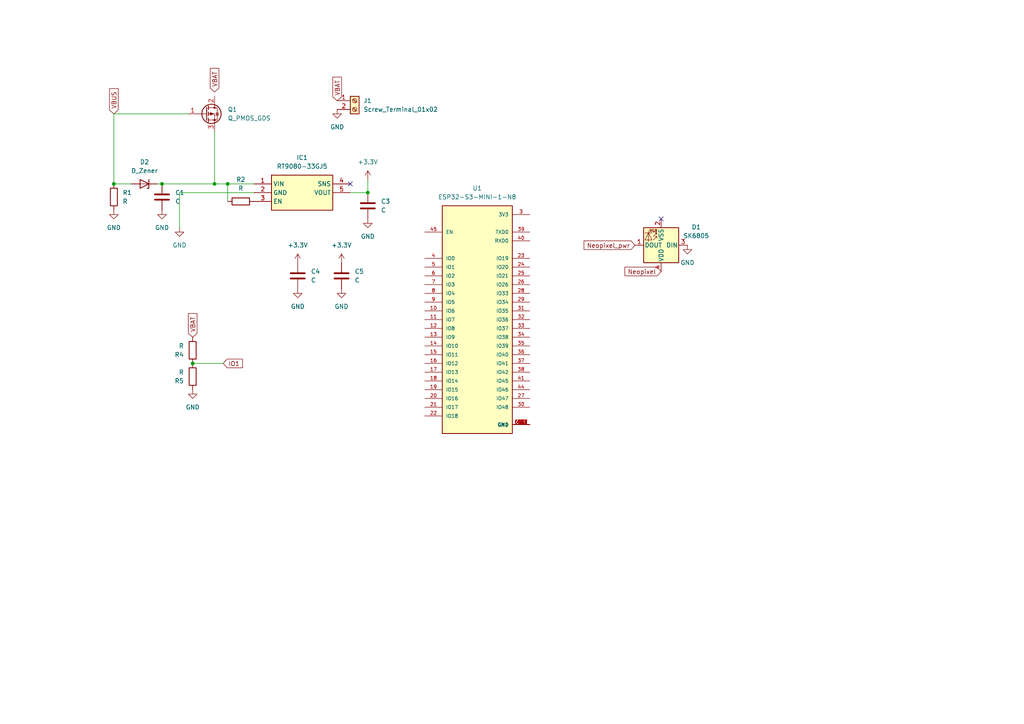
<source format=kicad_sch>
(kicad_sch (version 20230121) (generator eeschema)
  (paper "A4")
  (lib_symbols
    (symbol "Connector:Screw_Terminal_01x02" (pin_names (offset 1.016) hide)
      (property "Reference" "J" (at 0 2.54 0))
      (property "Value" "Screw_Terminal_01x02" (at 0 -5.08 0))
      (symbol "Screw_Terminal_01x02_1_1"
        (rectangle (start -1.27 1.27) (end 1.27 -3.81) (stroke (width 0.254)) (fill (type background)))
        (circle (center 0 -2.54) (radius 0.635) (stroke (width 0.1524)))
        (polyline (pts (xy -0.5334 -2.2098) (xy 0.3302 -3.048)) (stroke (width 0.1524)))
        (polyline (pts (xy -0.5334 0.3302) (xy 0.3302 -0.508)) (stroke (width 0.1524)))
        (polyline (pts (xy -0.3556 -2.032) (xy 0.508 -2.8702)) (stroke (width 0.1524)))
        (polyline (pts (xy -0.3556 0.508) (xy 0.508 -0.3302)) (stroke (width 0.1524)))
        (circle (center 0 0) (radius 0.635) (stroke (width 0.1524)))
        (pin passive line (at -5.08 0 0) (length 3.81) (name "Pin_1") (number "1"))
        (pin passive line (at -5.08 -2.54 0) (length 3.81) (name "Pin_2") (number "2"))
      )
    )
    (symbol "Device:C" (pin_numbers hide) (pin_names (offset 0.254))
      (property "Reference" "C" (at 0.635 2.54 0))
      (property "Value" "C" (at 0.635 -2.54 0))
      (symbol "C_0_1"
        (polyline (pts (xy -2.032 -0.762) (xy 2.032 -0.762)) (stroke (width 0.508)))
        (polyline (pts (xy -2.032 0.762) (xy 2.032 0.762)) (stroke (width 0.508)))
      )
      (symbol "C_1_1"
        (pin passive line (at 0 3.81 270) (length 2.794) (name "~") (number "1"))
        (pin passive line (at 0 -3.81 90) (length 2.794) (name "~") (number "2"))
      )
    )
    (symbol "Device:D_Zener" (pin_numbers hide) (pin_names (offset 1.016) hide)
      (property "Reference" "D" (at 0 2.54 0))
      (property "Value" "D_Zener" (at 0 -2.54 0))
      (symbol "D_Zener_0_1"
        (polyline (pts (xy 1.27 0) (xy -1.27 0)))
        (polyline (pts (xy -1.27 -1.27) (xy -1.27 1.27) (xy -0.762 1.27)) (stroke (width 0.254)))
        (polyline (pts (xy 1.27 -1.27) (xy 1.27 1.27) (xy -1.27 0) (xy 1.27 -1.27)) (stroke (width 0.254)))
      )
      (symbol "D_Zener_1_1"
        (pin passive line (at -3.81 0 0) (length 2.54) (name "K") (number "1"))
        (pin passive line (at 3.81 0 180) (length 2.54) (name "A") (number "2"))
      )
    )
    (symbol "Device:Q_PMOS_GDS" (pin_names (offset 0) hide)
      (property "Reference" "Q" (at 5.08 1.27 0))
      (property "Value" "Q_PMOS_GDS" (at 5.08 -1.27 0))
      (symbol "Q_PMOS_GDS_0_1"
        (polyline (pts (xy 0.254 0) (xy -2.54 0)))
        (polyline (pts (xy 0.254 1.905) (xy 0.254 -1.905)) (stroke (width 0.254)))
        (polyline (pts (xy 0.762 -1.27) (xy 0.762 -2.286)) (stroke (width 0.254)))
        (polyline (pts (xy 0.762 0.508) (xy 0.762 -0.508)) (stroke (width 0.254)))
        (polyline (pts (xy 0.762 2.286) (xy 0.762 1.27)) (stroke (width 0.254)))
        (polyline (pts (xy 2.54 2.54) (xy 2.54 1.778)))
        (polyline (pts (xy 2.54 -2.54) (xy 2.54 0) (xy 0.762 0)))
        (polyline (pts (xy 0.762 1.778) (xy 3.302 1.778) (xy 3.302 -1.778) (xy 0.762 -1.778)))
        (polyline (pts (xy 2.286 0) (xy 1.27 0.381) (xy 1.27 -0.381) (xy 2.286 0)) (fill (type outline)))
        (polyline (pts (xy 2.794 -0.508) (xy 2.921 -0.381) (xy 3.683 -0.381) (xy 3.81 -0.254)))
        (polyline (pts (xy 3.302 -0.381) (xy 2.921 0.254) (xy 3.683 0.254) (xy 3.302 -0.381)))
        (circle (center 1.651 0) (radius 2.794) (stroke (width 0.254)))
        (circle (center 2.54 -1.778) (radius 0.254) (fill (type outline)))
        (circle (center 2.54 1.778) (radius 0.254) (fill (type outline)))
      )
      (symbol "Q_PMOS_GDS_1_1"
        (pin input line (at -5.08 0 0) (length 2.54) (name "G") (number "1"))
        (pin passive line (at 2.54 5.08 270) (length 2.54) (name "D") (number "2"))
        (pin passive line (at 2.54 -5.08 90) (length 2.54) (name "S") (number "3"))
      )
    )
    (symbol "Device:R" (pin_numbers hide) (pin_names (offset 0))
      (property "Reference" "R" (at 2.032 0 90))
      (property "Value" "R" (at 0 0 90))
      (symbol "R_0_1"
        (rectangle (start -1.016 -2.54) (end 1.016 2.54) (stroke (width 0.254)))
      )
      (symbol "R_1_1"
        (pin passive line (at 0 3.81 270) (length 1.27) (name "~") (number "1"))
        (pin passive line (at 0 -3.81 90) (length 1.27) (name "~") (number "2"))
      )
    )
    (symbol "ESP32-S3-MINI-1-N8:ESP32-S3-MINI-1-N8" (pin_names (offset 1.016))
      (property "Reference" "U" (at -10.16 34.29 0))
      (property "Value" "ESP32-S3-MINI-1-N8" (at -10.16 -35.56 0))
      (symbol "ESP32-S3-MINI-1-N8_0_0"
        (rectangle (start -10.16 -33.02) (end 10.16 33.02) (stroke (width 0.254)) (fill (type background)))
        (pin power_in line (at 15.24 -30.48 180) (length 5.08) (name "GND") (number "1"))
        (pin bidirectional line (at -15.24 2.54 0) (length 5.08) (name "IO6") (number "10"))
        (pin bidirectional line (at -15.24 0 0) (length 5.08) (name "IO7") (number "11"))
        (pin bidirectional line (at -15.24 -2.54 0) (length 5.08) (name "IO8") (number "12"))
        (pin bidirectional line (at -15.24 -5.08 0) (length 5.08) (name "IO9") (number "13"))
        (pin bidirectional line (at -15.24 -7.62 0) (length 5.08) (name "IO10") (number "14"))
        (pin bidirectional line (at -15.24 -10.16 0) (length 5.08) (name "IO11") (number "15"))
        (pin bidirectional line (at -15.24 -12.7 0) (length 5.08) (name "IO12") (number "16"))
        (pin bidirectional line (at -15.24 -15.24 0) (length 5.08) (name "IO13") (number "17"))
        (pin bidirectional line (at -15.24 -17.78 0) (length 5.08) (name "IO14") (number "18"))
        (pin bidirectional line (at -15.24 -20.32 0) (length 5.08) (name "IO15") (number "19"))
        (pin power_in line (at 15.24 -30.48 180) (length 5.08) (name "GND") (number "2"))
        (pin bidirectional line (at -15.24 -22.86 0) (length 5.08) (name "IO16") (number "20"))
        (pin bidirectional line (at -15.24 -25.4 0) (length 5.08) (name "IO17") (number "21"))
        (pin bidirectional line (at -15.24 -27.94 0) (length 5.08) (name "IO18") (number "22"))
        (pin bidirectional line (at 15.24 17.78 180) (length 5.08) (name "IO19") (number "23"))
        (pin bidirectional line (at 15.24 15.24 180) (length 5.08) (name "IO20") (number "24"))
        (pin bidirectional line (at 15.24 12.7 180) (length 5.08) (name "IO21") (number "25"))
        (pin bidirectional line (at 15.24 10.16 180) (length 5.08) (name "IO26") (number "26"))
        (pin bidirectional line (at 15.24 -22.86 180) (length 5.08) (name "IO47") (number "27"))
        (pin bidirectional line (at 15.24 7.62 180) (length 5.08) (name "IO33") (number "28"))
        (pin bidirectional line (at 15.24 5.08 180) (length 5.08) (name "IO34") (number "29"))
        (pin power_in line (at 15.24 30.48 180) (length 5.08) (name "3V3") (number "3"))
        (pin bidirectional line (at 15.24 -25.4 180) (length 5.08) (name "IO48") (number "30"))
        (pin bidirectional line (at 15.24 2.54 180) (length 5.08) (name "IO35") (number "31"))
        (pin bidirectional line (at 15.24 0 180) (length 5.08) (name "IO36") (number "32"))
        (pin bidirectional line (at 15.24 -2.54 180) (length 5.08) (name "IO37") (number "33"))
        (pin bidirectional line (at 15.24 -5.08 180) (length 5.08) (name "IO38") (number "34"))
        (pin bidirectional line (at 15.24 -7.62 180) (length 5.08) (name "IO39") (number "35"))
        (pin bidirectional line (at 15.24 -10.16 180) (length 5.08) (name "IO40") (number "36"))
        (pin bidirectional line (at 15.24 -12.7 180) (length 5.08) (name "IO41") (number "37"))
        (pin bidirectional line (at 15.24 -15.24 180) (length 5.08) (name "IO42") (number "38"))
        (pin bidirectional line (at 15.24 25.4 180) (length 5.08) (name "TXD0") (number "39"))
        (pin bidirectional line (at -15.24 17.78 0) (length 5.08) (name "IO0") (number "4"))
        (pin bidirectional line (at 15.24 22.86 180) (length 5.08) (name "RXD0") (number "40"))
        (pin bidirectional line (at 15.24 -17.78 180) (length 5.08) (name "IO45") (number "41"))
        (pin power_in line (at 15.24 -30.48 180) (length 5.08) (name "GND") (number "42"))
        (pin power_in line (at 15.24 -30.48 180) (length 5.08) (name "GND") (number "43"))
        (pin bidirectional line (at 15.24 -20.32 180) (length 5.08) (name "IO46") (number "44"))
        (pin input line (at -15.24 25.4 0) (length 5.08) (name "EN") (number "45"))
        (pin power_in line (at 15.24 -30.48 180) (length 5.08) (name "GND") (number "46"))
        (pin power_in line (at 15.24 -30.48 180) (length 5.08) (name "GND") (number "47"))
        (pin power_in line (at 15.24 -30.48 180) (length 5.08) (name "GND") (number "48"))
        (pin power_in line (at 15.24 -30.48 180) (length 5.08) (name "GND") (number "49"))
        (pin bidirectional line (at -15.24 15.24 0) (length 5.08) (name "IO1") (number "5"))
        (pin power_in line (at 15.24 -30.48 180) (length 5.08) (name "GND") (number "50"))
        (pin power_in line (at 15.24 -30.48 180) (length 5.08) (name "GND") (number "51"))
        (pin power_in line (at 15.24 -30.48 180) (length 5.08) (name "GND") (number "52"))
        (pin power_in line (at 15.24 -30.48 180) (length 5.08) (name "GND") (number "53"))
        (pin power_in line (at 15.24 -30.48 180) (length 5.08) (name "GND") (number "54"))
        (pin power_in line (at 15.24 -30.48 180) (length 5.08) (name "GND") (number "55"))
        (pin power_in line (at 15.24 -30.48 180) (length 5.08) (name "GND") (number "56"))
        (pin power_in line (at 15.24 -30.48 180) (length 5.08) (name "GND") (number "57"))
        (pin power_in line (at 15.24 -30.48 180) (length 5.08) (name "GND") (number "58"))
        (pin power_in line (at 15.24 -30.48 180) (length 5.08) (name "GND") (number "59"))
        (pin bidirectional line (at -15.24 12.7 0) (length 5.08) (name "IO2") (number "6"))
        (pin power_in line (at 15.24 -30.48 180) (length 5.08) (name "GND") (number "60"))
        (pin power_in line (at 15.24 -30.48 180) (length 5.08) (name "GND") (number "61"))
        (pin power_in line (at 15.24 -30.48 180) (length 5.08) (name "GND") (number "61_1"))
        (pin power_in line (at 15.24 -30.48 180) (length 5.08) (name "GND") (number "61_2"))
        (pin power_in line (at 15.24 -30.48 180) (length 5.08) (name "GND") (number "61_3"))
        (pin power_in line (at 15.24 -30.48 180) (length 5.08) (name "GND") (number "61_4"))
        (pin power_in line (at 15.24 -30.48 180) (length 5.08) (name "GND") (number "61_5"))
        (pin power_in line (at 15.24 -30.48 180) (length 5.08) (name "GND") (number "61_6"))
        (pin power_in line (at 15.24 -30.48 180) (length 5.08) (name "GND") (number "61_7"))
        (pin power_in line (at 15.24 -30.48 180) (length 5.08) (name "GND") (number "61_8"))
        (pin power_in line (at 15.24 -30.48 180) (length 5.08) (name "GND") (number "62"))
        (pin power_in line (at 15.24 -30.48 180) (length 5.08) (name "GND") (number "63"))
        (pin power_in line (at 15.24 -30.48 180) (length 5.08) (name "GND") (number "64"))
        (pin power_in line (at 15.24 -30.48 180) (length 5.08) (name "GND") (number "65"))
        (pin bidirectional line (at -15.24 10.16 0) (length 5.08) (name "IO3") (number "7"))
        (pin bidirectional line (at -15.24 7.62 0) (length 5.08) (name "IO4") (number "8"))
        (pin bidirectional line (at -15.24 5.08 0) (length 5.08) (name "IO5") (number "9"))
      )
    )
    (symbol "LED:SK6805" (pin_names (offset 0.254))
      (property "Reference" "D" (at 5.08 5.715 0))
      (property "Value" "SK6805" (at 1.27 -5.715 0))
      (symbol "SK6805_0_0"
        (text "RGB" (at 2.286 -4.191 0) (effects (font (size 0.762 0.762))))
      )
      (symbol "SK6805_0_1"
        (polyline (pts (xy 1.27 -3.556) (xy 1.778 -3.556)))
        (polyline (pts (xy 1.27 -2.54) (xy 1.778 -2.54)))
        (polyline (pts (xy 4.699 -3.556) (xy 2.667 -3.556)))
        (polyline (pts (xy 2.286 -2.54) (xy 1.27 -3.556) (xy 1.27 -3.048)))
        (polyline (pts (xy 2.286 -1.524) (xy 1.27 -2.54) (xy 1.27 -2.032)))
        (polyline (pts (xy 3.683 -1.016) (xy 3.683 -3.556) (xy 3.683 -4.064)))
        (polyline (pts (xy 4.699 -1.524) (xy 2.667 -1.524) (xy 3.683 -3.556) (xy 4.699 -1.524)))
        (rectangle (start 5.08 5.08) (end -5.08 -5.08) (stroke (width 0.254)) (fill (type background)))
      )
      (symbol "SK6805_1_1"
        (pin output line (at 7.62 0 180) (length 2.54) (name "DOUT") (number "1"))
        (pin power_in line (at 0 -7.62 90) (length 2.54) (name "VSS") (number "2"))
        (pin input line (at -7.62 0 0) (length 2.54) (name "DIN") (number "3"))
        (pin power_in line (at 0 7.62 270) (length 2.54) (name "VDD") (number "4"))
      )
    )
    (symbol "RT9080-33GJ5:RT9080-33GJ5"
      (property "Reference" "IC" (at 24.13 7.62 0))
      (property "Value" "RT9080-33GJ5" (at 24.13 5.08 0))
      (symbol "RT9080-33GJ5_1_1"
        (rectangle (start 5.08 2.54) (end 22.86 -7.62) (stroke (width 0.254)) (fill (type background)))
        (pin passive line (at 0 0 0) (length 5.08) (name "VIN") (number "1"))
        (pin passive line (at 0 -2.54 0) (length 5.08) (name "GND") (number "2"))
        (pin passive line (at 0 -5.08 0) (length 5.08) (name "EN") (number "3"))
        (pin passive line (at 27.94 0 180) (length 5.08) (name "SNS") (number "4"))
        (pin passive line (at 27.94 -2.54 180) (length 5.08) (name "VOUT") (number "5"))
      )
    )
    (symbol "power:+3.3V" (power) (pin_names (offset 0))
      (property "Value" "+3.3V" (at 0 3.556 0))
      (symbol "+3.3V_0_1"
        (polyline (pts (xy -0.762 1.27) (xy 0 2.54)))
        (polyline (pts (xy 0 0) (xy 0 2.54)))
        (polyline (pts (xy 0 2.54) (xy 0.762 1.27)))
      )
      (symbol "+3.3V_1_1"
        (pin power_in line (at 0 0 90) (length 0) hide (name "+3.3V") (number "1"))
      )
    )
    (symbol "power:GND" (power) (pin_names (offset 0))
      (property "Value" "GND" (at 0 -3.81 0))
      (symbol "GND_0_1"
        (polyline (pts (xy 0 0) (xy 0 -1.27) (xy 1.27 -1.27) (xy 0 -2.54) (xy -1.27 -1.27) (xy 0 -1.27)))
      )
      (symbol "GND_1_1"
        (pin power_in line (at 0 0 270) (length 0) hide (name "GND") (number "1"))
      )
    )
  )
  (junction (at 33.02 53.34))
  (junction (at 62.23 53.34))
  (junction (at 46.99 53.34))
  (junction (at 106.68 55.88))
  (junction (at 55.88 105.41))
  (junction (at 66.04 53.34))
  (no_connect (at 101.6 53.34))
  (no_connect (at 191.77 63.5))
  (wire (pts (xy 55.88 105.41) (xy 64.77 105.41)))
  (wire (pts (xy 66.04 53.34) (xy 73.66 53.34)))
  (wire (pts (xy 33.02 33.02) (xy 54.61 33.02)))
  (wire (pts (xy 62.23 53.34) (xy 66.04 53.34)))
  (wire (pts (xy 33.02 53.34) (xy 38.1 53.34)))
  (wire (pts (xy 33.02 53.34) (xy 33.02 33.02)))
  (wire (pts (xy 106.68 52.07) (xy 106.68 55.88)))
  (wire (pts (xy 101.6 55.88) (xy 106.68 55.88)))
  (wire (pts (xy 73.66 55.88) (xy 52.07 55.88)))
  (wire (pts (xy 52.07 55.88) (xy 52.07 66.04)))
  (wire (pts (xy 62.23 38.1) (xy 62.23 53.34)))
  (wire (pts (xy 46.99 53.34) (xy 62.23 53.34)))
  (wire (pts (xy 66.04 53.34) (xy 66.04 58.42)))
  (wire (pts (xy 45.72 53.34) (xy 46.99 53.34)))
  (global_label "VBAT" (shape input) (at 55.88 97.79 90) (property "Intersheetrefs" "${INTERSHEET_REFS}" (effects hide)))
  (global_label "VBUS" (shape input) (at 33.02 33.02 90) (property "Intersheetrefs" "${INTERSHEET_REFS}" (effects hide)))
  (global_label "Neopixel_pwr" (shape input) (at 184.15 71.12 180) (property "Intersheetrefs" "${INTERSHEET_REFS}" (effects hide)))
  (global_label "VBAT" (shape input) (at 62.23 26.67 90) (property "Intersheetrefs" "${INTERSHEET_REFS}" (effects hide)))
  (global_label "Neopixel" (shape input) (at 191.77 78.74 180) (property "Intersheetrefs" "${INTERSHEET_REFS}" (effects hide)))
  (global_label "VBAT" (shape input) (at 97.79 29.21 90) (property "Intersheetrefs" "${INTERSHEET_REFS}" (effects hide)))
  (global_label "IO1" (shape input) (at 64.77 105.41 0) (property "Intersheetrefs" "${INTERSHEET_REFS}" (effects hide)))
  (symbol (lib_id "Device:D_Zener") (at 41.91 53.34 180) (unit 1)
    (property "Reference" "D2" (at 41.91 46.99 0))
    (property "Value" "D_Zener" (at 41.91 49.53 0))
  )
  (symbol (lib_id "Device:C") (at 99.06 80.01 0) (unit 1)
    (property "Reference" "C5" (at 102.87 78.74 0) (effects (justify left)))
    (property "Value" "C" (at 102.87 81.28 0) (effects (justify left)))
  )
  (symbol (lib_id "power:GND") (at 106.68 63.5 0) (unit 1)
    (property "Reference" "#PWR07" (effects hide))
    (property "Value" "GND" (at 106.68 68.58 0))
  )
  (symbol (lib_id "Device:R") (at 33.02 57.15 0) (unit 1)
    (property "Reference" "R1" (at 35.56 55.88 0) (effects (justify left)))
    (property "Value" "R" (at 35.56 58.42 0) (effects (justify left)))
  )
  (symbol (lib_id "power:GND") (at 52.07 66.04 0) (unit 1)
    (property "Reference" "#PWR03" (effects hide))
    (property "Value" "GND" (at 52.07 71.12 0))
  )
  (symbol (lib_id "Device:R") (at 69.85 58.42 90) (unit 1)
    (property "Reference" "R2" (at 69.85 52.07 90))
    (property "Value" "R" (at 69.85 54.61 90))
  )
  (symbol (lib_id "RT9080-33GJ5:RT9080-33GJ5") (at 73.66 53.34 0) (unit 1)
    (property "Reference" "IC1" (at 87.63 45.72 0))
    (property "Value" "RT9080-33GJ5" (at 87.63 48.26 0))
    (property "Footprint" "SOT94P280X100-5N" (effects hide))
    (property "Datasheet" "https://www.richtek.com/assets/product_file/RT9080/DS9080-05.pdf" (effects hide))
    (property "Height" "1" (effects hide))
    (property "Manufacturer_Name" "RICHTEK" (effects hide))
    (property "Manufacturer_Part_Number" "RT9080-33GJ5" (effects hide))
    (property "Mouser Part Number" "835-RT9080-33GJ5" (effects hide))
    (property "Mouser Price/Stock" "https://www.mouser.co.uk/ProductDetail/Richtek/RT9080-33GJ5?qs=amGC7iS6iy9hJG6yuLjyPQ%3D%3D" (effects hide))
  )
  (symbol (lib_id "power:+3.3V") (at 99.06 76.2 0) (unit 1)
    (property "Reference" "#PWR011" (effects hide))
    (property "Value" "+3.3V" (at 99.06 71.12 0))
  )
  (symbol (lib_id "power:GND") (at 33.02 60.96 0) (unit 1)
    (property "Reference" "#PWR02" (effects hide))
    (property "Value" "GND" (at 33.02 66.04 0))
  )
  (symbol (lib_id "Device:C") (at 86.36 80.01 0) (unit 1)
    (property "Reference" "C4" (at 90.17 78.74 0) (effects (justify left)))
    (property "Value" "C" (at 90.17 81.28 0) (effects (justify left)))
  )
  (symbol (lib_id "power:+3.3V") (at 106.68 52.07 0) (unit 1)
    (property "Reference" "#PWR08" (effects hide))
    (property "Value" "+3.3V" (at 106.68 46.99 0))
  )
  (symbol (lib_id "power:GND") (at 46.99 60.96 0) (unit 1)
    (property "Reference" "#PWR04" (effects hide))
    (property "Value" "GND" (at 46.99 66.04 0))
  )
  (symbol (lib_id "power:+3.3V") (at 86.36 76.2 0) (unit 1)
    (property "Reference" "#PWR010" (effects hide))
    (property "Value" "+3.3V" (at 86.36 71.12 0))
  )
  (symbol (lib_id "power:GND") (at 97.79 31.75 0) (unit 1)
    (property "Reference" "#PWR09" (effects hide))
    (property "Value" "GND" (at 97.79 36.83 0))
  )
  (symbol (lib_id "Device:R") (at 55.88 101.6 180) (unit 1)
    (property "Reference" "R4" (at 53.34 102.87 0) (effects (justify left)))
    (property "Value" "R" (at 53.34 100.33 0) (effects (justify left)))
  )
  (symbol (lib_id "power:GND") (at 86.36 83.82 0) (unit 1)
    (property "Reference" "#PWR05" (effects hide))
    (property "Value" "GND" (at 86.36 88.9 0))
  )
  (symbol (lib_id "Device:Q_PMOS_GDS") (at 59.69 33.02 0) (unit 1)
    (property "Reference" "Q1" (at 66.04 31.75 0) (effects (justify left)))
    (property "Value" "Q_PMOS_GDS" (at 66.04 34.29 0) (effects (justify left)))
  )
  (symbol (lib_id "Connector:Screw_Terminal_01x02") (at 102.87 29.21 0) (unit 1)
    (property "Reference" "J1" (at 105.41 29.21 0) (effects (justify left)))
    (property "Value" "Screw_Terminal_01x02" (at 105.41 31.75 0) (effects (justify left)))
  )
  (symbol (lib_id "Device:C") (at 106.68 59.69 0) (unit 1)
    (property "Reference" "C3" (at 110.49 58.42 0) (effects (justify left)))
    (property "Value" "C" (at 110.49 60.96 0) (effects (justify left)))
  )
  (symbol (lib_id "LED:SK6805") (at 191.77 71.12 180) (unit 1)
    (property "Reference" "D1" (at 201.93 65.8621 0))
    (property "Value" "SK6805" (at 201.93 68.4021 0))
    (property "Footprint" "LED_SMD:LED_SK6805_PLCC4_2.4x2.7mm_P1.3mm" (effects hide))
    (property "Datasheet" "https://cdn-shop.adafruit.com/product-files/3484/3484_Datasheet.pdf" (effects hide))
  )
  (symbol (lib_id "power:GND") (at 55.88 113.03 0) (unit 1)
    (property "Reference" "#PWR012" (effects hide))
    (property "Value" "GND" (at 55.88 118.11 0))
  )
  (symbol (lib_id "power:GND") (at 99.06 83.82 0) (unit 1)
    (property "Reference" "#PWR06" (effects hide))
    (property "Value" "GND" (at 99.06 88.9 0))
  )
  (symbol (lib_id "Device:R") (at 55.88 109.22 180) (unit 1)
    (property "Reference" "R5" (at 53.34 110.49 0) (effects (justify left)))
    (property "Value" "R" (at 53.34 107.95 0) (effects (justify left)))
  )
  (symbol (lib_id "power:GND") (at 199.39 71.12 0) (unit 1)
    (property "Reference" "#PWR01" (effects hide))
    (property "Value" "GND" (at 199.39 76.2 0))
  )
  (symbol (lib_id "Device:C") (at 46.99 57.15 0) (unit 1)
    (property "Reference" "C1" (at 50.8 55.88 0) (effects (justify left)))
    (property "Value" "C" (at 50.8 58.42 0) (effects (justify left)))
  )
  (symbol (lib_id "ESP32-S3-MINI-1-N8:ESP32-S3-MINI-1-N8") (at 138.43 92.71 0) (unit 1)
    (property "Reference" "U1" (at 138.43 54.61 0))
    (property "Value" "ESP32-S3-MINI-1-N8" (at 138.43 57.15 0))
    (property "Footprint" "ESP32-S3-MINI-1-N8:XCVR_ESP32-S3-MINI-1-N8" (effects hide))
    (property "MF" "Espressif Systems" (effects hide))
    (property "MAXIMUM_PACKAGE_HEIGHT" "2.55mm" (effects hide))
    (property "Package" "None" (effects hide))
    (property "Price" "None" (effects hide))
    (property "Check_prices" "https://www.snapeda.com/parts/ESP32-S3-MINI-1-N8/Espressif+Systems/view-part/?ref=eda" (effects hide))
    (property "STANDARD" "Manufacturer Recommendations" (effects hide))
    (property "PARTREV" "v0.6" (effects hide))
    (property "SnapEDA_Link" "https://www.snapeda.com/parts/ESP32-S3-MINI-1-N8/Espressif+Systems/view-part/?ref=snap" (effects hide))
    (property "MP" "ESP32-S3-MINI-1-N8" (effects hide))
    (property "Purchase-URL" "https://www.snapeda.com/api/url_track_click_mouser/?unipart_id=8941370&manufacturer=Espressif Systems&part_name=ESP32-S3-MINI-1-N8&search_term=None" (effects hide))
    (property "Description" "\nBluetooth, WiFi 802.11b/g/n, Bluetooth v5.0 Transceiver Module 2.4GHz PCB Trace Surface Mount\n" (effects hide))
    (property "Availability" "In Stock" (effects hide))
    (property "MANUFACTURER" "Espressif" (effects hide))
  )
)
</source>
